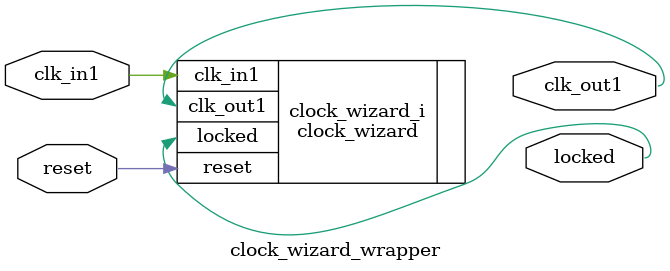
<source format=v>
`timescale 1 ps / 1 ps

module clock_wizard_wrapper
   (clk_in1,
    clk_out1,
    locked,
    reset);
  input clk_in1;
  output clk_out1;
  output locked;
  input reset;

  wire clk_in1;
  wire clk_out1;
  wire locked;
  wire reset;

  clock_wizard clock_wizard_i
       (.clk_in1(clk_in1),
        .clk_out1(clk_out1),
        .locked(locked),
        .reset(reset));
endmodule

</source>
